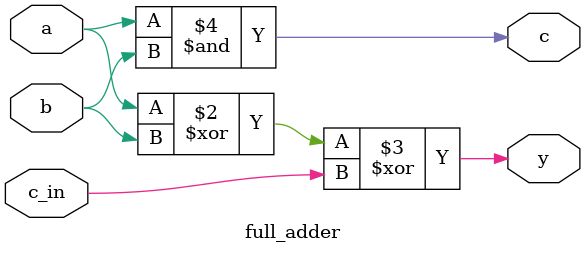
<source format=sv>
module full_adder(a,b,c_in,y,c);

input wire a;
input wire b;
input wire c_in;
output logic y;
output logic c;

always_comb begin
  y = a ^ b ^ c_in;
  c = a & b;
end

endmodule
</source>
